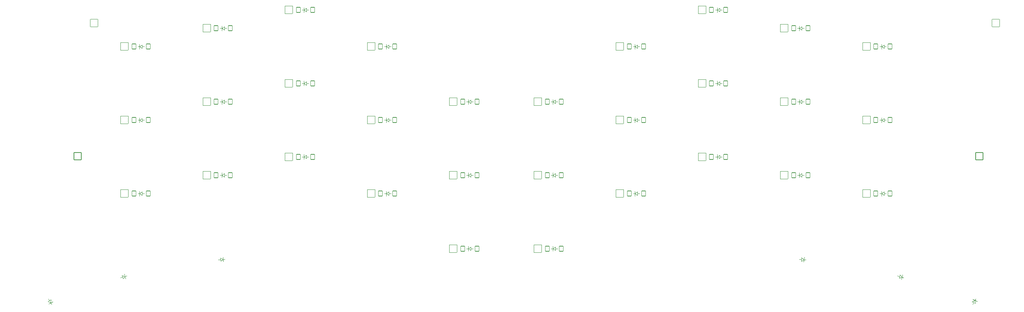
<source format=gbr>
%TF.GenerationSoftware,KiCad,Pcbnew,(6.0.4)*%
%TF.CreationDate,2022-07-03T23:33:08-04:00*%
%TF.ProjectId,glitch36,676c6974-6368-4333-962e-6b696361645f,v1.0.0*%
%TF.SameCoordinates,Original*%
%TF.FileFunction,Legend,Bot*%
%TF.FilePolarity,Positive*%
%FSLAX46Y46*%
G04 Gerber Fmt 4.6, Leading zero omitted, Abs format (unit mm)*
G04 Created by KiCad (PCBNEW (6.0.4)) date 2022-07-03 23:33:08*
%MOMM*%
%LPD*%
G01*
G04 APERTURE LIST*
G04 Aperture macros list*
%AMRoundRect*
0 Rectangle with rounded corners*
0 $1 Rounding radius*
0 $2 $3 $4 $5 $6 $7 $8 $9 X,Y pos of 4 corners*
0 Add a 4 corners polygon primitive as box body*
4,1,4,$2,$3,$4,$5,$6,$7,$8,$9,$2,$3,0*
0 Add four circle primitives for the rounded corners*
1,1,$1+$1,$2,$3*
1,1,$1+$1,$4,$5*
1,1,$1+$1,$6,$7*
1,1,$1+$1,$8,$9*
0 Add four rect primitives between the rounded corners*
20,1,$1+$1,$2,$3,$4,$5,0*
20,1,$1+$1,$4,$5,$6,$7,0*
20,1,$1+$1,$6,$7,$8,$9,0*
20,1,$1+$1,$8,$9,$2,$3,0*%
G04 Aperture macros list end*
%ADD10C,0.100000*%
%ADD11R,1.752600X1.752600*%
%ADD12C,1.752600*%
%ADD13C,3.529000*%
%ADD14C,1.801800*%
%ADD15C,2.600000*%
%ADD16RoundRect,0.050000X-0.450000X-0.600000X0.450000X-0.600000X0.450000X0.600000X-0.450000X0.600000X0*%
%ADD17C,2.005000*%
%ADD18RoundRect,0.050000X-0.889000X-0.889000X0.889000X-0.889000X0.889000X0.889000X-0.889000X0.889000X0*%
%ADD19RoundRect,0.050000X0.500581X0.558497X-0.395994X0.636937X-0.500581X-0.558497X0.395994X-0.636937X0*%
%ADD20RoundRect,0.050000X0.963099X0.808136X-0.808136X0.963099X-0.963099X-0.808136X0.808136X-0.963099X0*%
%ADD21RoundRect,0.050000X0.589958X0.463087X-0.279375X0.696024X-0.589958X-0.463087X0.279375X-0.696024X0*%
%ADD22RoundRect,0.050000X1.088798X0.628618X-0.628618X1.088798X-1.088798X-0.628618X0.628618X-1.088798X0*%
%ADD23RoundRect,0.050000X-0.294615X0.689711X-0.744615X-0.089711X0.294615X-0.689711X0.744615X0.089711X0*%
%ADD24RoundRect,0.050000X-0.325397X1.214397X-1.214397X-0.325397X0.325397X-1.214397X1.214397X0.325397X0*%
%ADD25RoundRect,0.050000X0.395994X0.636937X-0.500581X0.558497X-0.395994X-0.636937X0.500581X-0.558497X0*%
%ADD26RoundRect,0.050000X0.808136X0.963099X-0.963099X0.808136X-0.808136X-0.963099X0.963099X-0.808136X0*%
%ADD27RoundRect,0.050000X0.279375X0.696024X-0.589958X0.463087X-0.279375X-0.696024X0.589958X-0.463087X0*%
%ADD28RoundRect,0.050000X0.628618X1.088798X-1.088798X0.628618X-0.628618X-1.088798X1.088798X-0.628618X0*%
%ADD29RoundRect,0.050000X0.744615X-0.089711X0.294615X0.689711X-0.744615X0.089711X-0.294615X-0.689711X0*%
%ADD30RoundRect,0.050000X1.214397X-0.325397X0.325397X1.214397X-1.214397X0.325397X-0.325397X-1.214397X0*%
%ADD31RoundRect,0.050000X-0.876300X0.876300X-0.876300X-0.876300X0.876300X-0.876300X0.876300X0.876300X0*%
%ADD32C,1.852600*%
%ADD33C,1.600000*%
%ADD34O,2.300000X1.700000*%
%ADD35O,1.800000X1.800000*%
%ADD36RoundRect,0.050000X-0.850000X-0.850000X0.850000X-0.850000X0.850000X0.850000X-0.850000X0.850000X0*%
%ADD37C,4.500000*%
%ADD38C,0.900000*%
G04 APERTURE END LIST*
D10*
%TO.C,D1*%
X250000Y-4500000D02*
X750000Y-4500000D01*
X250000Y-4900000D02*
X-350000Y-4500000D01*
X250000Y-4100000D02*
X250000Y-4900000D01*
X-350000Y-4500000D02*
X250000Y-4100000D01*
X-350000Y-4500000D02*
X-350000Y-5050000D01*
X-350000Y-4500000D02*
X-350000Y-3950000D01*
X-750000Y-4500000D02*
X-350000Y-4500000D01*
%TO.C,D2*%
X250000Y12500000D02*
X750000Y12500000D01*
X250000Y12100000D02*
X-350000Y12500000D01*
X250000Y12900000D02*
X250000Y12100000D01*
X-350000Y12500000D02*
X250000Y12900000D01*
X-350000Y12500000D02*
X-350000Y11950000D01*
X-350000Y12500000D02*
X-350000Y13050000D01*
X-750000Y12500000D02*
X-350000Y12500000D01*
%TO.C,D3*%
X250000Y29500000D02*
X750000Y29500000D01*
X250000Y29100000D02*
X-350000Y29500000D01*
X250000Y29900000D02*
X250000Y29100000D01*
X-350000Y29500000D02*
X250000Y29900000D01*
X-350000Y29500000D02*
X-350000Y28950000D01*
X-350000Y29500000D02*
X-350000Y30050000D01*
X-750000Y29500000D02*
X-350000Y29500000D01*
%TO.C,D4*%
X19250000Y8250000D02*
X19750000Y8250000D01*
X19250000Y7850000D02*
X18650000Y8250000D01*
X19250000Y8650000D02*
X19250000Y7850000D01*
X18650000Y8250000D02*
X19250000Y8650000D01*
X18650000Y8250000D02*
X18650000Y7700000D01*
X18650000Y8250000D02*
X18650000Y8800000D01*
X18250000Y8250000D02*
X18650000Y8250000D01*
%TO.C,D5*%
X19250000Y25250000D02*
X19750000Y25250000D01*
X19250000Y24850000D02*
X18650000Y25250000D01*
X19250000Y25650000D02*
X19250000Y24850000D01*
X18650000Y25250000D02*
X19250000Y25650000D01*
X18650000Y25250000D02*
X18650000Y24700000D01*
X18650000Y25250000D02*
X18650000Y25800000D01*
X18250000Y25250000D02*
X18650000Y25250000D01*
%TO.C,D6*%
X19250000Y42250000D02*
X19750000Y42250000D01*
X19250000Y41850000D02*
X18650000Y42250000D01*
X19250000Y42650000D02*
X19250000Y41850000D01*
X18650000Y42250000D02*
X19250000Y42650000D01*
X18650000Y42250000D02*
X18650000Y41700000D01*
X18650000Y42250000D02*
X18650000Y42800000D01*
X18250000Y42250000D02*
X18650000Y42250000D01*
%TO.C,D7*%
X38250000Y16750000D02*
X38750000Y16750000D01*
X38250000Y16350000D02*
X37650000Y16750000D01*
X38250000Y17150000D02*
X38250000Y16350000D01*
X37650000Y16750000D02*
X38250000Y17150000D01*
X37650000Y16750000D02*
X37650000Y16200000D01*
X37650000Y16750000D02*
X37650000Y17300000D01*
X37250000Y16750000D02*
X37650000Y16750000D01*
%TO.C,D8*%
X38250000Y33750000D02*
X38750000Y33750000D01*
X38250000Y33350000D02*
X37650000Y33750000D01*
X38250000Y34150000D02*
X38250000Y33350000D01*
X37650000Y33750000D02*
X38250000Y34150000D01*
X37650000Y33750000D02*
X37650000Y33200000D01*
X37650000Y33750000D02*
X37650000Y34300000D01*
X37250000Y33750000D02*
X37650000Y33750000D01*
%TO.C,D9*%
X38250000Y50750000D02*
X38750000Y50750000D01*
X38250000Y50350000D02*
X37650000Y50750000D01*
X38250000Y51150000D02*
X38250000Y50350000D01*
X37650000Y50750000D02*
X38250000Y51150000D01*
X37650000Y50750000D02*
X37650000Y50200000D01*
X37650000Y50750000D02*
X37650000Y51300000D01*
X37250000Y50750000D02*
X37650000Y50750000D01*
%TO.C,D10*%
X57250000Y12500000D02*
X57750000Y12500000D01*
X57250000Y12100000D02*
X56650000Y12500000D01*
X57250000Y12900000D02*
X57250000Y12100000D01*
X56650000Y12500000D02*
X57250000Y12900000D01*
X56650000Y12500000D02*
X56650000Y11950000D01*
X56650000Y12500000D02*
X56650000Y13050000D01*
X56250000Y12500000D02*
X56650000Y12500000D01*
%TO.C,D11*%
X57250000Y29500000D02*
X57750000Y29500000D01*
X57250000Y29100000D02*
X56650000Y29500000D01*
X57250000Y29900000D02*
X57250000Y29100000D01*
X56650000Y29500000D02*
X57250000Y29900000D01*
X56650000Y29500000D02*
X56650000Y28950000D01*
X56650000Y29500000D02*
X56650000Y30050000D01*
X56250000Y29500000D02*
X56650000Y29500000D01*
%TO.C,D12*%
X57250000Y46500000D02*
X57750000Y46500000D01*
X57250000Y46100000D02*
X56650000Y46500000D01*
X57250000Y46900000D02*
X57250000Y46100000D01*
X56650000Y46500000D02*
X57250000Y46900000D01*
X56650000Y46500000D02*
X56650000Y45950000D01*
X56650000Y46500000D02*
X56650000Y47050000D01*
X56250000Y46500000D02*
X56650000Y46500000D01*
%TO.C,D13*%
X76250000Y8250000D02*
X76750000Y8250000D01*
X76250000Y7850000D02*
X75650000Y8250000D01*
X76250000Y8650000D02*
X76250000Y7850000D01*
X75650000Y8250000D02*
X76250000Y8650000D01*
X75650000Y8250000D02*
X75650000Y7700000D01*
X75650000Y8250000D02*
X75650000Y8800000D01*
X75250000Y8250000D02*
X75650000Y8250000D01*
%TO.C,D14*%
X76250000Y25250000D02*
X76750000Y25250000D01*
X76250000Y24850000D02*
X75650000Y25250000D01*
X76250000Y25650000D02*
X76250000Y24850000D01*
X75650000Y25250000D02*
X76250000Y25650000D01*
X75650000Y25250000D02*
X75650000Y24700000D01*
X75650000Y25250000D02*
X75650000Y25800000D01*
X75250000Y25250000D02*
X75650000Y25250000D01*
%TO.C,D15*%
X76250000Y42250000D02*
X76750000Y42250000D01*
X76250000Y41850000D02*
X75650000Y42250000D01*
X76250000Y42650000D02*
X76250000Y41850000D01*
X75650000Y42250000D02*
X76250000Y42650000D01*
X75650000Y42250000D02*
X75650000Y41700000D01*
X75650000Y42250000D02*
X75650000Y42800000D01*
X75250000Y42250000D02*
X75650000Y42250000D01*
%TO.C,D16*%
X57143152Y-6995335D02*
X56645055Y-6951757D01*
X57178015Y-6596857D02*
X57740869Y-7047629D01*
X57108290Y-7393813D02*
X57178015Y-6596857D01*
X57740869Y-7047629D02*
X57108290Y-7393813D01*
X57740869Y-7047629D02*
X57788805Y-6499721D01*
X57740869Y-7047629D02*
X57692933Y-7595536D01*
X58139347Y-7082491D02*
X57740869Y-7047629D01*
%TO.C,D17*%
X79824953Y-10950498D02*
X79341990Y-10821089D01*
X79928480Y-10564128D02*
X80404508Y-11105790D01*
X79721425Y-11336869D02*
X79928480Y-10564128D01*
X80404508Y-11105790D02*
X79721425Y-11336869D01*
X80404508Y-11105790D02*
X80546859Y-10574530D01*
X80404508Y-11105790D02*
X80262158Y-11637049D01*
X80790878Y-11209317D02*
X80404508Y-11105790D01*
%TO.C,D18*%
X96981715Y-16973416D02*
X96731715Y-17406429D01*
X96635305Y-16773416D02*
X97281715Y-16453801D01*
X97328125Y-17173416D02*
X96635305Y-16773416D01*
X97281715Y-16453801D02*
X97328125Y-17173416D01*
X97281715Y-16453801D02*
X96805401Y-16178801D01*
X97281715Y-16453801D02*
X97758029Y-16728801D01*
X97481715Y-16107391D02*
X97281715Y-16453801D01*
%TO.C,D19*%
X-19300000Y-4500000D02*
X-18800000Y-4500000D01*
X-19300000Y-4900000D02*
X-19900000Y-4500000D01*
X-19300000Y-4100000D02*
X-19300000Y-4900000D01*
X-19900000Y-4500000D02*
X-19300000Y-4100000D01*
X-19900000Y-4500000D02*
X-19900000Y-5050000D01*
X-19900000Y-4500000D02*
X-19900000Y-3950000D01*
X-20300000Y-4500000D02*
X-19900000Y-4500000D01*
%TO.C,D20*%
X-19300000Y12500000D02*
X-18800000Y12500000D01*
X-19300000Y12100000D02*
X-19900000Y12500000D01*
X-19300000Y12900000D02*
X-19300000Y12100000D01*
X-19900000Y12500000D02*
X-19300000Y12900000D01*
X-19900000Y12500000D02*
X-19900000Y11950000D01*
X-19900000Y12500000D02*
X-19900000Y13050000D01*
X-20300000Y12500000D02*
X-19900000Y12500000D01*
%TO.C,D21*%
X-19300000Y29500000D02*
X-18800000Y29500000D01*
X-19300000Y29100000D02*
X-19900000Y29500000D01*
X-19300000Y29900000D02*
X-19300000Y29100000D01*
X-19900000Y29500000D02*
X-19300000Y29900000D01*
X-19900000Y29500000D02*
X-19900000Y28950000D01*
X-19900000Y29500000D02*
X-19900000Y30050000D01*
X-20300000Y29500000D02*
X-19900000Y29500000D01*
%TO.C,D22*%
X-38300000Y8250000D02*
X-37800000Y8250000D01*
X-38300000Y7850000D02*
X-38900000Y8250000D01*
X-38300000Y8650000D02*
X-38300000Y7850000D01*
X-38900000Y8250000D02*
X-38300000Y8650000D01*
X-38900000Y8250000D02*
X-38900000Y7700000D01*
X-38900000Y8250000D02*
X-38900000Y8800000D01*
X-39300000Y8250000D02*
X-38900000Y8250000D01*
%TO.C,D23*%
X-38300000Y25250000D02*
X-37800000Y25250000D01*
X-38300000Y24850000D02*
X-38900000Y25250000D01*
X-38300000Y25650000D02*
X-38300000Y24850000D01*
X-38900000Y25250000D02*
X-38300000Y25650000D01*
X-38900000Y25250000D02*
X-38900000Y24700000D01*
X-38900000Y25250000D02*
X-38900000Y25800000D01*
X-39300000Y25250000D02*
X-38900000Y25250000D01*
%TO.C,D24*%
X-38300000Y42250000D02*
X-37800000Y42250000D01*
X-38300000Y41850000D02*
X-38900000Y42250000D01*
X-38300000Y42650000D02*
X-38300000Y41850000D01*
X-38900000Y42250000D02*
X-38300000Y42650000D01*
X-38900000Y42250000D02*
X-38900000Y41700000D01*
X-38900000Y42250000D02*
X-38900000Y42800000D01*
X-39300000Y42250000D02*
X-38900000Y42250000D01*
%TO.C,D25*%
X-57300000Y16750000D02*
X-56800000Y16750000D01*
X-57300000Y16350000D02*
X-57900000Y16750000D01*
X-57300000Y17150000D02*
X-57300000Y16350000D01*
X-57900000Y16750000D02*
X-57300000Y17150000D01*
X-57900000Y16750000D02*
X-57900000Y16200000D01*
X-57900000Y16750000D02*
X-57900000Y17300000D01*
X-58300000Y16750000D02*
X-57900000Y16750000D01*
%TO.C,D26*%
X-57300000Y33750000D02*
X-56800000Y33750000D01*
X-57300000Y33350000D02*
X-57900000Y33750000D01*
X-57300000Y34150000D02*
X-57300000Y33350000D01*
X-57900000Y33750000D02*
X-57300000Y34150000D01*
X-57900000Y33750000D02*
X-57900000Y33200000D01*
X-57900000Y33750000D02*
X-57900000Y34300000D01*
X-58300000Y33750000D02*
X-57900000Y33750000D01*
%TO.C,D27*%
X-57300000Y50750000D02*
X-56800000Y50750000D01*
X-57300000Y50350000D02*
X-57900000Y50750000D01*
X-57300000Y51150000D02*
X-57300000Y50350000D01*
X-57900000Y50750000D02*
X-57300000Y51150000D01*
X-57900000Y50750000D02*
X-57900000Y50200000D01*
X-57900000Y50750000D02*
X-57900000Y51300000D01*
X-58300000Y50750000D02*
X-57900000Y50750000D01*
%TO.C,D28*%
X-76300000Y12500000D02*
X-75800000Y12500000D01*
X-76300000Y12100000D02*
X-76900000Y12500000D01*
X-76300000Y12900000D02*
X-76300000Y12100000D01*
X-76900000Y12500000D02*
X-76300000Y12900000D01*
X-76900000Y12500000D02*
X-76900000Y11950000D01*
X-76900000Y12500000D02*
X-76900000Y13050000D01*
X-77300000Y12500000D02*
X-76900000Y12500000D01*
%TO.C,D29*%
X-76300000Y29500000D02*
X-75800000Y29500000D01*
X-76300000Y29100000D02*
X-76900000Y29500000D01*
X-76300000Y29900000D02*
X-76300000Y29100000D01*
X-76900000Y29500000D02*
X-76300000Y29900000D01*
X-76900000Y29500000D02*
X-76900000Y28950000D01*
X-76900000Y29500000D02*
X-76900000Y30050000D01*
X-77300000Y29500000D02*
X-76900000Y29500000D01*
%TO.C,D30*%
X-76300000Y46500000D02*
X-75800000Y46500000D01*
X-76300000Y46100000D02*
X-76900000Y46500000D01*
X-76300000Y46900000D02*
X-76300000Y46100000D01*
X-76900000Y46500000D02*
X-76300000Y46900000D01*
X-76900000Y46500000D02*
X-76900000Y45950000D01*
X-76900000Y46500000D02*
X-76900000Y47050000D01*
X-77300000Y46500000D02*
X-76900000Y46500000D01*
%TO.C,D31*%
X-95300000Y8250000D02*
X-94800000Y8250000D01*
X-95300000Y7850000D02*
X-95900000Y8250000D01*
X-95300000Y8650000D02*
X-95300000Y7850000D01*
X-95900000Y8250000D02*
X-95300000Y8650000D01*
X-95900000Y8250000D02*
X-95900000Y7700000D01*
X-95900000Y8250000D02*
X-95900000Y8800000D01*
X-96300000Y8250000D02*
X-95900000Y8250000D01*
%TO.C,D32*%
X-95300000Y25250000D02*
X-94800000Y25250000D01*
X-95300000Y24850000D02*
X-95900000Y25250000D01*
X-95300000Y25650000D02*
X-95300000Y24850000D01*
X-95900000Y25250000D02*
X-95300000Y25650000D01*
X-95900000Y25250000D02*
X-95900000Y24700000D01*
X-95900000Y25250000D02*
X-95900000Y25800000D01*
X-96300000Y25250000D02*
X-95900000Y25250000D01*
%TO.C,D33*%
X-95300000Y42250000D02*
X-94800000Y42250000D01*
X-95300000Y41850000D02*
X-95900000Y42250000D01*
X-95300000Y42650000D02*
X-95300000Y41850000D01*
X-95900000Y42250000D02*
X-95300000Y42650000D01*
X-95900000Y42250000D02*
X-95900000Y41700000D01*
X-95900000Y42250000D02*
X-95900000Y42800000D01*
X-96300000Y42250000D02*
X-95900000Y42250000D01*
%TO.C,D34*%
X-77191250Y-7038913D02*
X-77689347Y-7082491D01*
X-77226112Y-6640435D02*
X-76593533Y-6986619D01*
X-77156387Y-7437391D02*
X-77226112Y-6640435D01*
X-76593533Y-6986619D02*
X-77156387Y-7437391D01*
X-76593533Y-6986619D02*
X-76641469Y-6438712D01*
X-76593533Y-6986619D02*
X-76545597Y-7534527D01*
X-76195055Y-6951757D02*
X-76593533Y-6986619D01*
%TO.C,D35*%
X-99857915Y-11079908D02*
X-100340878Y-11209317D01*
X-99961443Y-10693537D02*
X-99278360Y-10924616D01*
X-99754388Y-11466278D02*
X-99961443Y-10693537D01*
X-99278360Y-10924616D02*
X-99754388Y-11466278D01*
X-99278360Y-10924616D02*
X-99420710Y-10393357D01*
X-99278360Y-10924616D02*
X-99136009Y-11455876D01*
X-98891990Y-10821089D02*
X-99278360Y-10924616D01*
%TO.C,D36*%
X-116781715Y-16540404D02*
X-117031715Y-16107391D01*
X-116435305Y-16340404D02*
X-116481715Y-17060019D01*
X-117128125Y-16740404D02*
X-116435305Y-16340404D01*
X-116481715Y-17060019D02*
X-117128125Y-16740404D01*
X-116481715Y-17060019D02*
X-116005401Y-16785019D01*
X-116481715Y-17060019D02*
X-116958029Y-17335019D01*
X-116281715Y-17406429D02*
X-116481715Y-17060019D01*
%TD*%
D11*
%TO.C,MCU1*%
X102120000Y47720000D03*
D12*
X102120000Y45180000D03*
X102120000Y42640000D03*
X102120000Y40100000D03*
X102120000Y37560000D03*
X102120000Y35020000D03*
X102120000Y32480000D03*
X102120000Y29940000D03*
X102120000Y27400000D03*
X102120000Y24860000D03*
X102120000Y22320000D03*
X102120000Y19780000D03*
X86880000Y47720000D03*
X86880000Y45180000D03*
X86880000Y42640000D03*
X86880000Y40100000D03*
X86880000Y37560000D03*
X86880000Y35020000D03*
X86880000Y32480000D03*
X86880000Y29940000D03*
X86880000Y27400000D03*
X86880000Y24860000D03*
X86880000Y22320000D03*
X86880000Y19780000D03*
%TD*%
D11*
%TO.C,MCU2*%
X-106430000Y47720000D03*
D12*
X-106430000Y45180000D03*
X-106430000Y42640000D03*
X-106430000Y40100000D03*
X-106430000Y37560000D03*
X-106430000Y35020000D03*
X-106430000Y32480000D03*
X-106430000Y29940000D03*
X-106430000Y27400000D03*
X-106430000Y24860000D03*
X-106430000Y22320000D03*
X-106430000Y19780000D03*
X-121670000Y47720000D03*
X-121670000Y45180000D03*
X-121670000Y42640000D03*
X-121670000Y40100000D03*
X-121670000Y37560000D03*
X-121670000Y35020000D03*
X-121670000Y32480000D03*
X-121670000Y29940000D03*
X-121670000Y27400000D03*
X-121670000Y24860000D03*
X-121670000Y22320000D03*
X-121670000Y19780000D03*
%TD*%
%LPC*%
D13*
%TO.C,S1*%
X0Y0D03*
D14*
X5500000Y0D03*
X-5500000Y0D03*
D15*
X5000000Y3800000D03*
X0Y5900000D03*
%TD*%
D16*
%TO.C,D1*%
X1650000Y-4500000D03*
X-1650000Y-4500000D03*
D17*
X3810000Y-4500000D03*
D18*
X-3810000Y-4500000D03*
%TD*%
D13*
%TO.C,S2*%
X0Y17000000D03*
D14*
X5500000Y17000000D03*
X-5500000Y17000000D03*
D15*
X5000000Y20800000D03*
X0Y22900000D03*
%TD*%
D16*
%TO.C,D2*%
X1650000Y12500000D03*
X-1650000Y12500000D03*
D17*
X3810000Y12500000D03*
D18*
X-3810000Y12500000D03*
%TD*%
D13*
%TO.C,S3*%
X0Y34000000D03*
D14*
X5500000Y34000000D03*
X-5500000Y34000000D03*
D15*
X5000000Y37800000D03*
X0Y39900000D03*
%TD*%
D16*
%TO.C,D3*%
X1650000Y29500000D03*
X-1650000Y29500000D03*
D17*
X3810000Y29500000D03*
D18*
X-3810000Y29500000D03*
%TD*%
D13*
%TO.C,S4*%
X19000000Y12750000D03*
D14*
X24500000Y12750000D03*
X13500000Y12750000D03*
D15*
X24000000Y16550000D03*
X19000000Y18650000D03*
%TD*%
D16*
%TO.C,D4*%
X20650000Y8250000D03*
X17350000Y8250000D03*
D17*
X22810000Y8250000D03*
D18*
X15190000Y8250000D03*
%TD*%
D13*
%TO.C,S5*%
X19000000Y29750000D03*
D14*
X24500000Y29750000D03*
X13500000Y29750000D03*
D15*
X24000000Y33550000D03*
X19000000Y35650000D03*
%TD*%
D16*
%TO.C,D5*%
X20650000Y25250000D03*
X17350000Y25250000D03*
D17*
X22810000Y25250000D03*
D18*
X15190000Y25250000D03*
%TD*%
D13*
%TO.C,S6*%
X19000000Y46750000D03*
D14*
X24500000Y46750000D03*
X13500000Y46750000D03*
D15*
X24000000Y50550000D03*
X19000000Y52650000D03*
%TD*%
D16*
%TO.C,D6*%
X20650000Y42250000D03*
X17350000Y42250000D03*
D17*
X22810000Y42250000D03*
D18*
X15190000Y42250000D03*
%TD*%
D13*
%TO.C,S7*%
X38000000Y21250000D03*
D14*
X43500000Y21250000D03*
X32500000Y21250000D03*
D15*
X43000000Y25050000D03*
X38000000Y27150000D03*
%TD*%
D16*
%TO.C,D7*%
X39650000Y16750000D03*
X36350000Y16750000D03*
D17*
X41810000Y16750000D03*
D18*
X34190000Y16750000D03*
%TD*%
D13*
%TO.C,S8*%
X38000000Y38250000D03*
D14*
X43500000Y38250000D03*
X32500000Y38250000D03*
D15*
X43000000Y42050000D03*
X38000000Y44150000D03*
%TD*%
D16*
%TO.C,D8*%
X39650000Y33750000D03*
X36350000Y33750000D03*
D17*
X41810000Y33750000D03*
D18*
X34190000Y33750000D03*
%TD*%
D13*
%TO.C,S9*%
X38000000Y55250000D03*
D14*
X43500000Y55250000D03*
X32500000Y55250000D03*
D15*
X43000000Y59050000D03*
X38000000Y61150000D03*
%TD*%
D16*
%TO.C,D9*%
X39650000Y50750000D03*
X36350000Y50750000D03*
D17*
X41810000Y50750000D03*
D18*
X34190000Y50750000D03*
%TD*%
D13*
%TO.C,S10*%
X57000000Y17000000D03*
D14*
X62500000Y17000000D03*
X51500000Y17000000D03*
D15*
X62000000Y20800000D03*
X57000000Y22900000D03*
%TD*%
D16*
%TO.C,D10*%
X58650000Y12500000D03*
X55350000Y12500000D03*
D17*
X60810000Y12500000D03*
D18*
X53190000Y12500000D03*
%TD*%
D13*
%TO.C,S11*%
X57000000Y34000000D03*
D14*
X62500000Y34000000D03*
X51500000Y34000000D03*
D15*
X62000000Y37800000D03*
X57000000Y39900000D03*
%TD*%
D16*
%TO.C,D11*%
X58650000Y29500000D03*
X55350000Y29500000D03*
D17*
X60810000Y29500000D03*
D18*
X53190000Y29500000D03*
%TD*%
D13*
%TO.C,S12*%
X57000000Y51000000D03*
D14*
X62500000Y51000000D03*
X51500000Y51000000D03*
D15*
X62000000Y54800000D03*
X57000000Y56900000D03*
%TD*%
D16*
%TO.C,D12*%
X58650000Y46500000D03*
X55350000Y46500000D03*
D17*
X60810000Y46500000D03*
D18*
X53190000Y46500000D03*
%TD*%
D13*
%TO.C,S13*%
X76000000Y12750000D03*
D14*
X81500000Y12750000D03*
X70500000Y12750000D03*
D15*
X81000000Y16550000D03*
X76000000Y18650000D03*
%TD*%
D16*
%TO.C,D13*%
X77650000Y8250000D03*
X74350000Y8250000D03*
D17*
X79810000Y8250000D03*
D18*
X72190000Y8250000D03*
%TD*%
D13*
%TO.C,S14*%
X76000000Y29750000D03*
D14*
X81500000Y29750000D03*
X70500000Y29750000D03*
D15*
X81000000Y33550000D03*
X76000000Y35650000D03*
%TD*%
D16*
%TO.C,D14*%
X77650000Y25250000D03*
X74350000Y25250000D03*
D17*
X79810000Y25250000D03*
D18*
X72190000Y25250000D03*
%TD*%
D13*
%TO.C,S15*%
X76000000Y46750000D03*
D14*
X81500000Y46750000D03*
X70500000Y46750000D03*
D15*
X81000000Y50550000D03*
X76000000Y52650000D03*
%TD*%
D16*
%TO.C,D15*%
X77650000Y42250000D03*
X74350000Y42250000D03*
D17*
X79810000Y42250000D03*
D18*
X72190000Y42250000D03*
%TD*%
D13*
%TO.C,S16*%
X57000000Y-11500000D03*
D14*
X51520929Y-11020643D03*
X62479071Y-11979357D03*
D15*
X51687835Y-14849761D03*
X56485781Y-17377549D03*
%TD*%
D19*
%TO.C,D16*%
X55748480Y-6873317D03*
X59035922Y-7160931D03*
D17*
X53596699Y-6685061D03*
D20*
X61187703Y-7349187D03*
%TD*%
D13*
%TO.C,S17*%
X78901748Y-15361869D03*
D14*
X73589156Y-13938364D03*
X84214340Y-16785374D03*
D15*
X73088606Y-17738292D03*
X77374716Y-21060831D03*
%TD*%
D21*
%TO.C,D17*%
X78472656Y-10588152D03*
X81660212Y-11442254D03*
D17*
X76386257Y-10029102D03*
D22*
X83746611Y-12001304D03*
%TD*%
D13*
%TO.C,S18*%
X101003830Y-19006910D03*
D14*
X98253830Y-23770050D03*
X103753830Y-14243770D03*
D15*
X101794727Y-25237037D03*
X106113380Y-21956910D03*
%TD*%
D23*
%TO.C,D18*%
X96281715Y-18185852D03*
X97931715Y-15327968D03*
D17*
X95201715Y-20056467D03*
D24*
X99011715Y-13457353D03*
%TD*%
D13*
%TO.C,S19*%
X-19550000Y0D03*
D14*
X-14050000Y0D03*
X-25050000Y0D03*
D15*
X-14550000Y3800000D03*
X-19550000Y5900000D03*
%TD*%
D16*
%TO.C,D19*%
X-17900000Y-4500000D03*
X-21200000Y-4500000D03*
D17*
X-15740000Y-4500000D03*
D18*
X-23360000Y-4500000D03*
%TD*%
D13*
%TO.C,S20*%
X-19550000Y17000000D03*
D14*
X-14050000Y17000000D03*
X-25050000Y17000000D03*
D15*
X-14550000Y20800000D03*
X-19550000Y22900000D03*
%TD*%
D16*
%TO.C,D20*%
X-17900000Y12500000D03*
X-21200000Y12500000D03*
D17*
X-15740000Y12500000D03*
D18*
X-23360000Y12500000D03*
%TD*%
D13*
%TO.C,S21*%
X-19550000Y34000000D03*
D14*
X-14050000Y34000000D03*
X-25050000Y34000000D03*
D15*
X-14550000Y37800000D03*
X-19550000Y39900000D03*
%TD*%
D16*
%TO.C,D21*%
X-17900000Y29500000D03*
X-21200000Y29500000D03*
D17*
X-15740000Y29500000D03*
D18*
X-23360000Y29500000D03*
%TD*%
D15*
%TO.C,S22*%
X-38550000Y18650000D03*
X-33550000Y16550000D03*
D14*
X-44050000Y12750000D03*
X-33050000Y12750000D03*
D13*
X-38550000Y12750000D03*
%TD*%
D16*
%TO.C,D22*%
X-36900000Y8250000D03*
X-40200000Y8250000D03*
D17*
X-34740000Y8250000D03*
D18*
X-42360000Y8250000D03*
%TD*%
D13*
%TO.C,S23*%
X-38550000Y29750000D03*
D14*
X-33050000Y29750000D03*
X-44050000Y29750000D03*
D15*
X-33550000Y33550000D03*
X-38550000Y35650000D03*
%TD*%
D16*
%TO.C,D23*%
X-36900000Y25250000D03*
X-40200000Y25250000D03*
D17*
X-34740000Y25250000D03*
D18*
X-42360000Y25250000D03*
%TD*%
D13*
%TO.C,S24*%
X-38550000Y46750000D03*
D14*
X-33050000Y46750000D03*
X-44050000Y46750000D03*
D15*
X-33550000Y50550000D03*
X-38550000Y52650000D03*
%TD*%
D16*
%TO.C,D24*%
X-36900000Y42250000D03*
X-40200000Y42250000D03*
D17*
X-34740000Y42250000D03*
D18*
X-42360000Y42250000D03*
%TD*%
D13*
%TO.C,S25*%
X-57550000Y21250000D03*
D14*
X-52050000Y21250000D03*
X-63050000Y21250000D03*
D15*
X-52550000Y25050000D03*
X-57550000Y27150000D03*
%TD*%
D16*
%TO.C,D25*%
X-55900000Y16750000D03*
X-59200000Y16750000D03*
D17*
X-53740000Y16750000D03*
D18*
X-61360000Y16750000D03*
%TD*%
D13*
%TO.C,S26*%
X-57550000Y38250000D03*
D14*
X-52050000Y38250000D03*
X-63050000Y38250000D03*
D15*
X-52550000Y42050000D03*
X-57550000Y44150000D03*
%TD*%
D16*
%TO.C,D26*%
X-55900000Y33750000D03*
X-59200000Y33750000D03*
D17*
X-53740000Y33750000D03*
D18*
X-61360000Y33750000D03*
%TD*%
D13*
%TO.C,S27*%
X-57550000Y55250000D03*
D14*
X-52050000Y55250000D03*
X-63050000Y55250000D03*
D15*
X-52550000Y59050000D03*
X-57550000Y61150000D03*
%TD*%
D16*
%TO.C,D27*%
X-55900000Y50750000D03*
X-59200000Y50750000D03*
D17*
X-53740000Y50750000D03*
D18*
X-61360000Y50750000D03*
%TD*%
D13*
%TO.C,S28*%
X-76550000Y17000000D03*
D14*
X-71050000Y17000000D03*
X-82050000Y17000000D03*
D15*
X-71550000Y20800000D03*
X-76550000Y22900000D03*
%TD*%
D16*
%TO.C,D28*%
X-74900000Y12500000D03*
X-78200000Y12500000D03*
D17*
X-72740000Y12500000D03*
D18*
X-80360000Y12500000D03*
%TD*%
D13*
%TO.C,S29*%
X-76550000Y34000000D03*
D14*
X-71050000Y34000000D03*
X-82050000Y34000000D03*
D15*
X-71550000Y37800000D03*
X-76550000Y39900000D03*
%TD*%
D16*
%TO.C,D29*%
X-74900000Y29500000D03*
X-78200000Y29500000D03*
D17*
X-72740000Y29500000D03*
D18*
X-80360000Y29500000D03*
%TD*%
D13*
%TO.C,S30*%
X-76550000Y51000000D03*
D14*
X-71050000Y51000000D03*
X-82050000Y51000000D03*
D15*
X-71550000Y54800000D03*
X-76550000Y56900000D03*
%TD*%
D16*
%TO.C,D30*%
X-74900000Y46500000D03*
X-78200000Y46500000D03*
D17*
X-72740000Y46500000D03*
D18*
X-80360000Y46500000D03*
%TD*%
D13*
%TO.C,S31*%
X-95550000Y12750000D03*
D14*
X-90050000Y12750000D03*
X-101050000Y12750000D03*
D15*
X-90550000Y16550000D03*
X-95550000Y18650000D03*
%TD*%
D16*
%TO.C,D31*%
X-93900000Y8250000D03*
X-97200000Y8250000D03*
D17*
X-91740000Y8250000D03*
D18*
X-99360000Y8250000D03*
%TD*%
D13*
%TO.C,S32*%
X-95550000Y29750000D03*
D14*
X-90050000Y29750000D03*
X-101050000Y29750000D03*
D15*
X-90550000Y33550000D03*
X-95550000Y35650000D03*
%TD*%
D16*
%TO.C,D32*%
X-93900000Y25250000D03*
X-97200000Y25250000D03*
D17*
X-91740000Y25250000D03*
D18*
X-99360000Y25250000D03*
%TD*%
D13*
%TO.C,S33*%
X-95550000Y46750000D03*
D14*
X-90050000Y46750000D03*
X-101050000Y46750000D03*
D15*
X-90550000Y50550000D03*
X-95550000Y52650000D03*
%TD*%
D16*
%TO.C,D33*%
X-93900000Y42250000D03*
X-97200000Y42250000D03*
D17*
X-91740000Y42250000D03*
D18*
X-99360000Y42250000D03*
%TD*%
D13*
%TO.C,S34*%
X-76550000Y-11500000D03*
D14*
X-82029071Y-11979357D03*
X-71070929Y-11020643D03*
D15*
X-81199782Y-15721319D03*
X-76035781Y-17377549D03*
%TD*%
D25*
%TO.C,D34*%
X-78585922Y-7160931D03*
X-75298480Y-6873317D03*
D17*
X-80737703Y-7349187D03*
D26*
X-73146699Y-6685061D03*
%TD*%
D13*
%TO.C,S35*%
X-98451748Y-15361869D03*
D14*
X-103764340Y-16785374D03*
X-93139156Y-13938364D03*
D15*
X-102297865Y-20326482D03*
X-96924716Y-21060831D03*
%TD*%
D27*
%TO.C,D35*%
X-101210212Y-11442254D03*
X-98022656Y-10588152D03*
D17*
X-103296611Y-12001304D03*
D28*
X-95936257Y-10029102D03*
%TD*%
D13*
%TO.C,S36*%
X-120553829Y-19006910D03*
D14*
X-123303829Y-14243770D03*
X-117803829Y-23770050D03*
D15*
X-126344726Y-16576783D03*
X-125663379Y-21956910D03*
%TD*%
D29*
%TO.C,D36*%
X-117481715Y-15327968D03*
X-115831715Y-18185852D03*
D17*
X-118561715Y-13457353D03*
D30*
X-114751715Y-20056467D03*
%TD*%
D31*
%TO.C,MCU1*%
X102120000Y47720000D03*
D32*
X102120000Y45180000D03*
X102120000Y42640000D03*
X102120000Y40100000D03*
X102120000Y37560000D03*
X102120000Y35020000D03*
X102120000Y32480000D03*
X102120000Y29940000D03*
X102120000Y27400000D03*
X102120000Y24860000D03*
X102120000Y22320000D03*
X102120000Y19780000D03*
X86880000Y47720000D03*
X86880000Y45180000D03*
X86880000Y42640000D03*
X86880000Y40100000D03*
X86880000Y37560000D03*
X86880000Y35020000D03*
X86880000Y32480000D03*
X86880000Y29940000D03*
X86880000Y27400000D03*
X86880000Y24860000D03*
X86880000Y22320000D03*
X86880000Y19780000D03*
%TD*%
D31*
%TO.C,MCU2*%
X-106430000Y47720000D03*
D32*
X-106430000Y45180000D03*
X-106430000Y42640000D03*
X-106430000Y40100000D03*
X-106430000Y37560000D03*
X-106430000Y35020000D03*
X-106430000Y32480000D03*
X-106430000Y29940000D03*
X-106430000Y27400000D03*
X-106430000Y24860000D03*
X-106430000Y22320000D03*
X-106430000Y19780000D03*
X-121670000Y47720000D03*
X-121670000Y45180000D03*
X-121670000Y42640000D03*
X-121670000Y40100000D03*
X-121670000Y37560000D03*
X-121670000Y35020000D03*
X-121670000Y32480000D03*
X-121670000Y29940000D03*
X-121670000Y27400000D03*
X-121670000Y24860000D03*
X-121670000Y22320000D03*
X-121670000Y19780000D03*
%TD*%
D33*
%TO.C,REF\u002A\u002A*%
X93400000Y11550000D03*
X100400000Y11550000D03*
D34*
X90700000Y13850000D03*
X91800000Y9250000D03*
X95800000Y9250000D03*
X98800000Y9250000D03*
%TD*%
D33*
%TO.C,REF\u002A\u002A*%
X-112950000Y11450000D03*
X-119950000Y11450000D03*
D34*
X-110250000Y9150000D03*
X-111350000Y13750000D03*
X-115350000Y13750000D03*
X-118350000Y13750000D03*
%TD*%
D35*
%TO.C,OLED1*%
X90680000Y16850000D03*
X93220000Y16850000D03*
X95760000Y16850000D03*
D36*
X98300000Y16850000D03*
%TD*%
D35*
%TO.C,OLED2*%
X-117870000Y16850000D03*
X-115330000Y16850000D03*
X-112790000Y16850000D03*
D36*
X-110250000Y16850000D03*
%TD*%
D37*
%TO.C,*%
X47500000Y45800000D03*
X47500000Y7700000D03*
X28450000Y26750000D03*
X66550000Y26750000D03*
%TD*%
%TO.C,*%
X-67050000Y45800000D03*
X-67050000Y7700000D03*
X-86100000Y26750000D03*
X-48000000Y26750000D03*
%TD*%
D38*
X100600000Y36300000D03*
X89024500Y33700000D03*
X81100000Y22875500D03*
X-108000000Y43900000D03*
X-108000000Y36300000D03*
X-119900000Y31200000D03*
X-101900000Y21175500D03*
X-100900000Y21900000D03*
M02*

</source>
